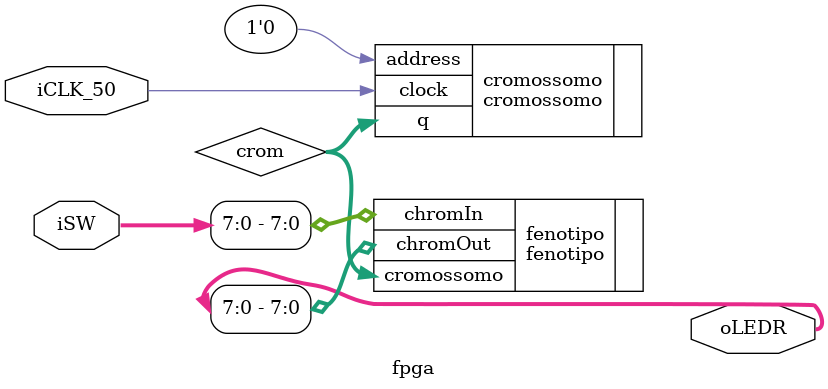
<source format=v>
module fpga(
	input iCLK_50,
	output wire [17:0] oLEDR,
	input wire [17:0] iSW

);

wire [422:0] crom;

cromossomo cromossomo(
	.clock(iCLK_50),
	.address(1'b0),
	.q(crom)
);

fenotipo fenotipo(
	.cromossomo(crom),
	.chromIn(iSW[7:0]),
	.chromOut(oLEDR[7:0])
);

endmodule
</source>
